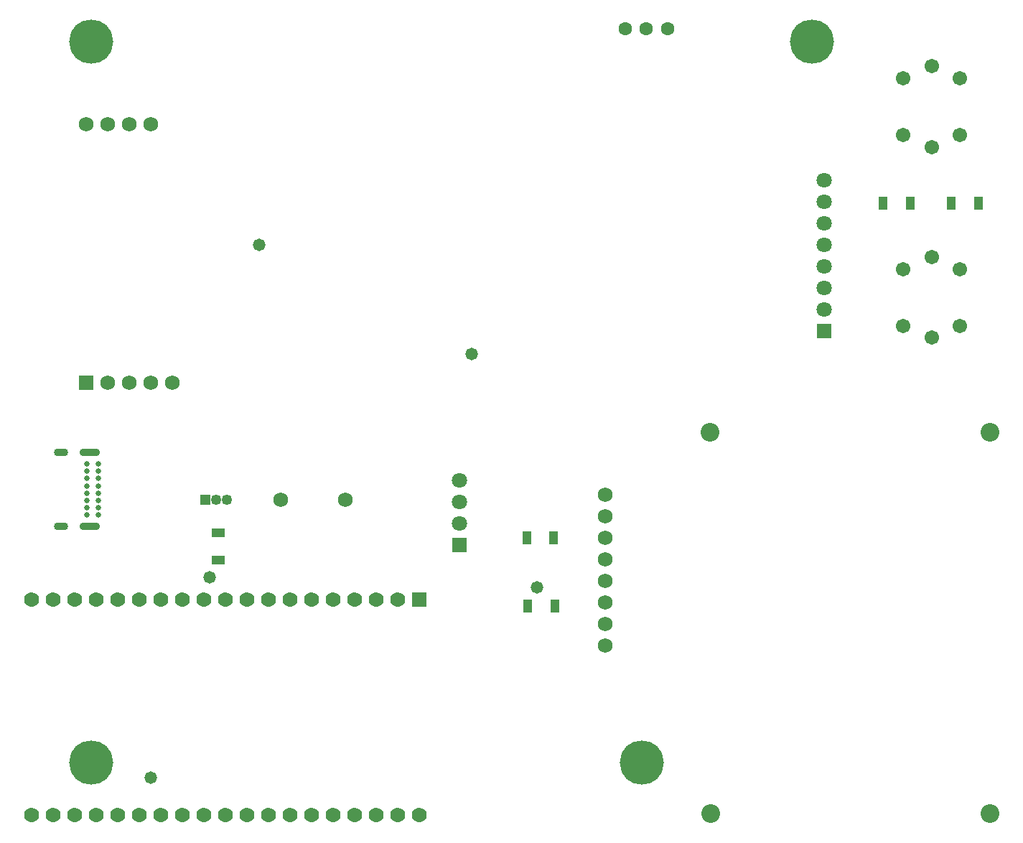
<source format=gts>
G04*
G04 #@! TF.GenerationSoftware,Altium Limited,Altium Designer,21.1.1 (26)*
G04*
G04 Layer_Color=8388736*
%FSLAX44Y44*%
%MOMM*%
G71*
G04*
G04 #@! TF.SameCoordinates,4D4020B3-F9C7-4368-8432-2603F3E21EC1*
G04*
G04*
G04 #@! TF.FilePolarity,Negative*
G04*
G01*
G75*
%ADD17R,1.5000X1.0000*%
%ADD18R,1.0000X1.5000*%
%ADD19C,1.6032*%
%ADD20C,1.2532*%
%ADD21R,1.2532X1.2532*%
%ADD22C,1.7032*%
%ADD23C,5.2032*%
%ADD24C,1.7272*%
%ADD25R,1.7272X1.7272*%
%ADD26C,0.6500*%
G04:AMPARAMS|DCode=27|XSize=0.9mm|YSize=2.4mm|CornerRadius=0.45mm|HoleSize=0mm|Usage=FLASHONLY|Rotation=270.000|XOffset=0mm|YOffset=0mm|HoleType=Round|Shape=RoundedRectangle|*
%AMROUNDEDRECTD27*
21,1,0.9000,1.5000,0,0,270.0*
21,1,0.0000,2.4000,0,0,270.0*
1,1,0.9000,-0.7500,0.0000*
1,1,0.9000,-0.7500,0.0000*
1,1,0.9000,0.7500,0.0000*
1,1,0.9000,0.7500,0.0000*
%
%ADD27ROUNDEDRECTD27*%
G04:AMPARAMS|DCode=28|XSize=0.9mm|YSize=1.7mm|CornerRadius=0.45mm|HoleSize=0mm|Usage=FLASHONLY|Rotation=270.000|XOffset=0mm|YOffset=0mm|HoleType=Round|Shape=RoundedRectangle|*
%AMROUNDEDRECTD28*
21,1,0.9000,0.8000,0,0,270.0*
21,1,0.0000,1.7000,0,0,270.0*
1,1,0.9000,-0.4000,0.0000*
1,1,0.9000,-0.4000,0.0000*
1,1,0.9000,0.4000,0.0000*
1,1,0.9000,0.4000,0.0000*
%
%ADD28ROUNDEDRECTD28*%
%ADD29C,2.2032*%
%ADD30R,1.7632X1.7632*%
%ADD31C,1.7632*%
%ADD32C,1.8032*%
%ADD33R,1.8032X1.8032*%
%ADD34C,1.4732*%
D17*
X250000Y371000D02*
D03*
Y339000D02*
D03*
D18*
X1066000Y760000D02*
D03*
X1034000D02*
D03*
X1115000D02*
D03*
X1147000D02*
D03*
X646000Y365000D02*
D03*
X614000D02*
D03*
X647000Y285000D02*
D03*
X615000D02*
D03*
D19*
X730000Y965000D02*
D03*
X755000D02*
D03*
X780000D02*
D03*
D20*
X260400Y410000D02*
D03*
X247700D02*
D03*
D21*
X235000D02*
D03*
D22*
X1057820Y615000D02*
D03*
X1125000D02*
D03*
X1057820Y682180D02*
D03*
X1125000D02*
D03*
X1091410Y601090D02*
D03*
Y696090D02*
D03*
X1125000Y907180D02*
D03*
X1057820D02*
D03*
X1125000Y840000D02*
D03*
X1057820D02*
D03*
X1091410Y921090D02*
D03*
Y826090D02*
D03*
D23*
X950000Y950000D02*
D03*
X100000D02*
D03*
X750000Y100000D02*
D03*
X100000D02*
D03*
D24*
X94200Y852400D02*
D03*
X119600D02*
D03*
X145000D02*
D03*
X170400D02*
D03*
X195800Y547600D02*
D03*
X170400D02*
D03*
X145000D02*
D03*
X119600D02*
D03*
X324000Y410000D02*
D03*
X400000D02*
D03*
X706270Y415940D02*
D03*
Y390540D02*
D03*
Y365140D02*
D03*
Y339740D02*
D03*
Y314340D02*
D03*
Y288940D02*
D03*
Y263540D02*
D03*
Y238140D02*
D03*
D25*
X94200Y547600D02*
D03*
D26*
X95000Y452000D02*
D03*
Y443500D02*
D03*
Y435000D02*
D03*
Y426500D02*
D03*
Y418000D02*
D03*
Y409500D02*
D03*
Y401000D02*
D03*
Y392500D02*
D03*
X108500D02*
D03*
Y401000D02*
D03*
Y409500D02*
D03*
Y418000D02*
D03*
Y426500D02*
D03*
Y435000D02*
D03*
Y443500D02*
D03*
Y452000D02*
D03*
D27*
X98700Y379000D02*
D03*
Y465500D02*
D03*
D28*
X64900Y379000D02*
D03*
Y465500D02*
D03*
D29*
X1160000Y40000D02*
D03*
Y490000D02*
D03*
X831270Y40000D02*
D03*
X830000Y490000D02*
D03*
D30*
X487600Y292000D02*
D03*
D31*
X462200D02*
D03*
X30400D02*
D03*
X436800D02*
D03*
X411400D02*
D03*
X386000D02*
D03*
X360600D02*
D03*
X335200D02*
D03*
X309800D02*
D03*
X284400D02*
D03*
X259000D02*
D03*
X233600D02*
D03*
X208200D02*
D03*
X182800D02*
D03*
X157400D02*
D03*
X132000D02*
D03*
X106600D02*
D03*
X81200D02*
D03*
X55800D02*
D03*
X487600Y38000D02*
D03*
X462200D02*
D03*
X436800D02*
D03*
X411400D02*
D03*
X386000D02*
D03*
X360600D02*
D03*
X335200D02*
D03*
X309800D02*
D03*
X284400D02*
D03*
X259000D02*
D03*
X233600D02*
D03*
X208200D02*
D03*
X182800D02*
D03*
X157400D02*
D03*
X132000D02*
D03*
X106600D02*
D03*
X81200D02*
D03*
X55800D02*
D03*
X30400D02*
D03*
D32*
X535000Y433100D02*
D03*
Y407700D02*
D03*
Y382300D02*
D03*
X965000Y787000D02*
D03*
Y761600D02*
D03*
Y710800D02*
D03*
Y660000D02*
D03*
Y634600D02*
D03*
Y685400D02*
D03*
Y736200D02*
D03*
D33*
X535000Y356900D02*
D03*
X965000Y609200D02*
D03*
D34*
X239792Y318532D02*
D03*
X548930Y581930D02*
D03*
X298720Y710962D02*
D03*
X170400Y82108D02*
D03*
X626380Y306848D02*
D03*
M02*

</source>
